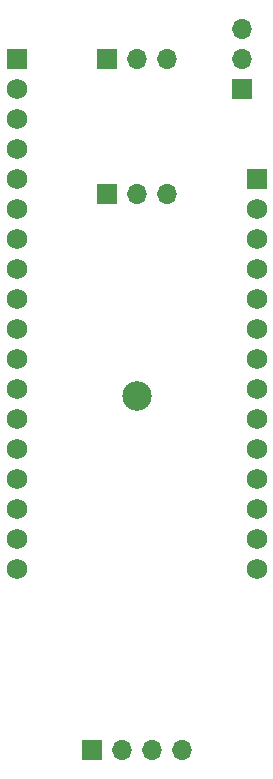
<source format=gbr>
%TF.GenerationSoftware,KiCad,Pcbnew,7.0.5-0*%
%TF.CreationDate,2023-11-18T10:12:58+00:00*%
%TF.ProjectId,Meadow Feather OLED,4d656164-6f77-4204-9665-617468657220,rev?*%
%TF.SameCoordinates,Original*%
%TF.FileFunction,Soldermask,Bot*%
%TF.FilePolarity,Negative*%
%FSLAX46Y46*%
G04 Gerber Fmt 4.6, Leading zero omitted, Abs format (unit mm)*
G04 Created by KiCad (PCBNEW 7.0.5-0) date 2023-11-18 10:12:58*
%MOMM*%
%LPD*%
G01*
G04 APERTURE LIST*
%ADD10R,1.700000X1.700000*%
%ADD11O,1.700000X1.700000*%
%ADD12R,1.727200X1.727200*%
%ADD13C,1.727200*%
%ADD14C,2.500000*%
G04 APERTURE END LIST*
D10*
%TO.C,ResetSwitch1*%
X76200000Y-69850000D03*
D11*
X78740000Y-69850000D03*
X81280000Y-69850000D03*
%TD*%
D12*
%TO.C,J1*%
X68580000Y-58420000D03*
D13*
X68580000Y-60960000D03*
X68580000Y-63500000D03*
X68580000Y-66040000D03*
X68580000Y-68580000D03*
X68580000Y-71120000D03*
X68580000Y-73660000D03*
X68580000Y-76200000D03*
X68580000Y-78740000D03*
X68580000Y-81280000D03*
X68580000Y-83820000D03*
X68580000Y-86360000D03*
X68580000Y-88900000D03*
X68580000Y-91440000D03*
X68580000Y-93980000D03*
X68580000Y-96520000D03*
X68580000Y-99060000D03*
X68580000Y-101600000D03*
X88900000Y-101600000D03*
X88900000Y-99060000D03*
X88900000Y-96520000D03*
X88900000Y-93980000D03*
X88900000Y-91440000D03*
X88900000Y-88900000D03*
X88900000Y-86360000D03*
X88900000Y-83820000D03*
X88900000Y-81280000D03*
X88900000Y-78740000D03*
X88900000Y-76200000D03*
X88900000Y-73660000D03*
X88900000Y-71120000D03*
D12*
X88900000Y-68580000D03*
%TD*%
D10*
%TO.C,J2*%
X74940000Y-117000000D03*
D11*
X77480000Y-117000000D03*
X80020000Y-117000000D03*
X82560000Y-117000000D03*
%TD*%
D14*
%TO.C,H5*%
X78740000Y-87000000D03*
%TD*%
D10*
%TO.C,COM1*%
X87630000Y-60960000D03*
D11*
X87630000Y-58420000D03*
X87630000Y-55880000D03*
%TD*%
D10*
%TO.C,D5*%
X76200000Y-58420000D03*
D11*
X78740000Y-58420000D03*
X81280000Y-58420000D03*
%TD*%
M02*

</source>
